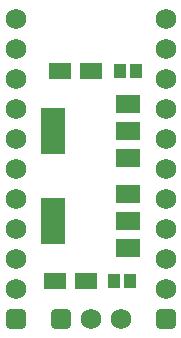
<source format=gbs>
G04*
G04 #@! TF.GenerationSoftware,Altium Limited,Altium Designer,24.9.1 (31)*
G04*
G04 Layer_Color=16711935*
%FSLAX44Y44*%
%MOMM*%
G71*
G04*
G04 #@! TF.SameCoordinates,F7444FFF-12F3-4AA9-940A-5D6B0AE02ED6*
G04*
G04*
G04 #@! TF.FilePolarity,Negative*
G04*
G01*
G75*
%ADD22C,1.7500*%
G04:AMPARAMS|DCode=23|XSize=1.75mm|YSize=1.75mm|CornerRadius=0.475mm|HoleSize=0mm|Usage=FLASHONLY|Rotation=90.000|XOffset=0mm|YOffset=0mm|HoleType=Round|Shape=RoundedRectangle|*
%AMROUNDEDRECTD23*
21,1,1.7500,0.8000,0,0,90.0*
21,1,0.8000,1.7500,0,0,90.0*
1,1,0.9500,0.4000,0.4000*
1,1,0.9500,0.4000,-0.4000*
1,1,0.9500,-0.4000,-0.4000*
1,1,0.9500,-0.4000,0.4000*
%
%ADD23ROUNDEDRECTD23*%
G04:AMPARAMS|DCode=24|XSize=1.75mm|YSize=1.75mm|CornerRadius=0.475mm|HoleSize=0mm|Usage=FLASHONLY|Rotation=0.000|XOffset=0mm|YOffset=0mm|HoleType=Round|Shape=RoundedRectangle|*
%AMROUNDEDRECTD24*
21,1,1.7500,0.8000,0,0,0.0*
21,1,0.8000,1.7500,0,0,0.0*
1,1,0.9500,0.4000,-0.4000*
1,1,0.9500,-0.4000,-0.4000*
1,1,0.9500,-0.4000,0.4000*
1,1,0.9500,0.4000,0.4000*
%
%ADD24ROUNDEDRECTD24*%
%ADD42R,1.9500X1.3800*%
%ADD43R,1.0500X1.1500*%
%ADD44R,2.1500X3.9500*%
%ADD45R,2.1500X1.6500*%
D22*
X1016000Y736600D02*
D03*
X889000D02*
D03*
X1016000Y711200D02*
D03*
Y685800D02*
D03*
Y609600D02*
D03*
Y558800D02*
D03*
Y508000D02*
D03*
Y533400D02*
D03*
Y584200D02*
D03*
Y635000D02*
D03*
Y660400D02*
D03*
X889000Y711200D02*
D03*
Y685800D02*
D03*
Y609600D02*
D03*
Y558800D02*
D03*
Y508000D02*
D03*
Y533400D02*
D03*
Y584200D02*
D03*
Y635000D02*
D03*
Y660400D02*
D03*
X952500Y482600D02*
D03*
X977900D02*
D03*
D23*
X1016000D02*
D03*
X889000D02*
D03*
D24*
X927100D02*
D03*
D42*
X922490Y514350D02*
D03*
X948690D02*
D03*
X926700Y692150D02*
D03*
X952900D02*
D03*
D43*
X985920Y514350D02*
D03*
X972420D02*
D03*
X991000Y692150D02*
D03*
X977500D02*
D03*
D44*
X921000Y641350D02*
D03*
Y565150D02*
D03*
D45*
X984000Y618350D02*
D03*
Y641350D02*
D03*
Y664350D02*
D03*
Y542150D02*
D03*
Y565150D02*
D03*
Y588150D02*
D03*
M02*

</source>
